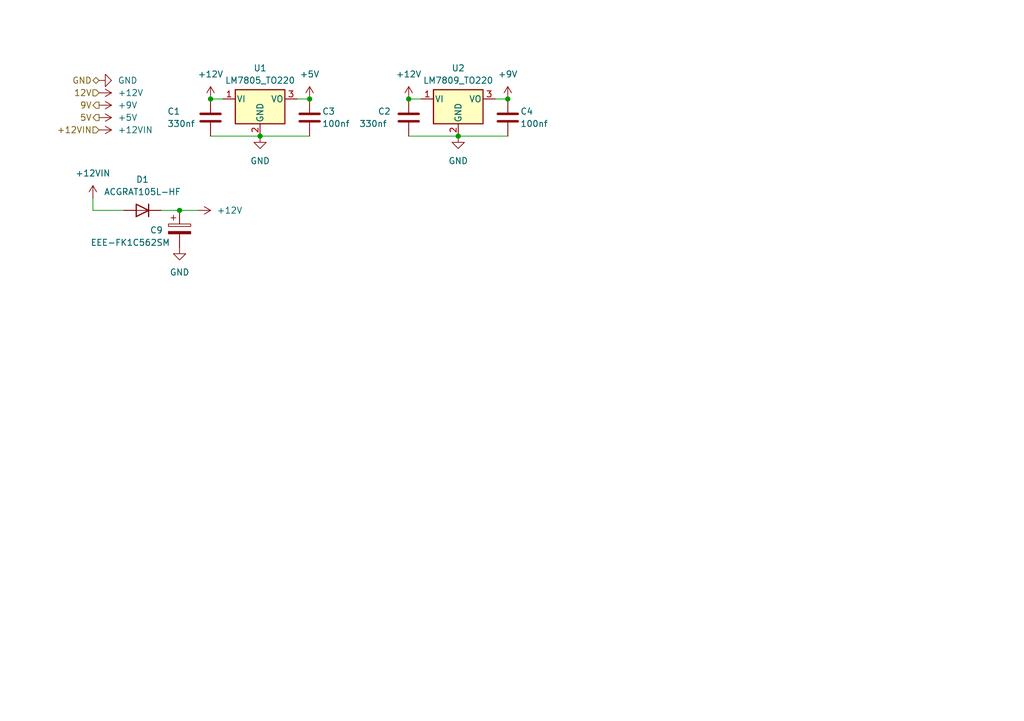
<source format=kicad_sch>
(kicad_sch (version 20250114) (generator "eeschema") (generator_version "9.0")
  (paper "A5")
  (lib_symbols
    (symbol "Device:C" (pin_numbers (hide yes)) (pin_names (offset 0.254))
      (property "Reference" "C" (at 0.635 2.54 0))
      (property "Value" "C" (at 0.635 -2.54 0))
      (symbol "C_0_1"
        (polyline (pts (xy -2.032 0.762) (xy 2.032 0.762)) (stroke (width 0.508)))
        (polyline (pts (xy -2.032 -0.762) (xy 2.032 -0.762)) (stroke (width 0.508)))
      )
      (symbol "C_1_1"
        (pin passive line (at 0 3.81 270) (length 2.794) (name "~") (number "1"))
        (pin passive line (at 0 -3.81 90) (length 2.794) (name "~") (number "2"))
      )
    )
    (symbol "Device:C_Polarized" (pin_numbers (hide yes)) (pin_names (offset 0.254))
      (property "Reference" "C" (at 0.635 2.54 0))
      (property "Value" "C_Polarized" (at 0.635 -2.54 0))
      (symbol "C_Polarized_0_1"
        (rectangle (start -2.286 0.508) (end 2.286 1.016))
        (polyline (pts (xy -1.778 2.286) (xy -0.762 2.286)))
        (polyline (pts (xy -1.27 2.794) (xy -1.27 1.778)))
        (rectangle (start 2.286 -0.508) (end -2.286 -1.016) (fill (type outline)))
      )
      (symbol "C_Polarized_1_1"
        (pin passive line (at 0 3.81 270) (length 2.794) (name "~") (number "1"))
        (pin passive line (at 0 -3.81 90) (length 2.794) (name "~") (number "2"))
      )
    )
    (symbol "Device:D" (pin_numbers (hide yes)) (pin_names (offset 1.016) (hide yes))
      (property "Reference" "D" (at 0 2.54 0))
      (property "Value" "D" (at 0 -2.54 0))
      (symbol "D_0_1"
        (polyline (pts (xy -1.27 1.27) (xy -1.27 -1.27)) (stroke (width 0.254)))
        (polyline (pts (xy 1.27 1.27) (xy 1.27 -1.27) (xy -1.27 0) (xy 1.27 1.27)) (stroke (width 0.254)))
        (polyline (pts (xy 1.27 0) (xy -1.27 0)))
      )
      (symbol "D_1_1"
        (pin passive line (at -3.81 0 0) (length 2.54) (name "K") (number "1"))
        (pin passive line (at 3.81 0 180) (length 2.54) (name "A") (number "2"))
      )
    )
    (symbol "Regulator_Linear:LM7805_TO220" (pin_names (offset 0.254))
      (property "Reference" "U" (at -3.81 3.175 0))
      (property "Value" "LM7805_TO220" (at 0 3.175 0))
      (symbol "LM7805_TO220_0_1"
        (rectangle (start -5.08 1.905) (end 5.08 -5.08) (stroke (width 0.254)) (fill (type background)))
      )
      (symbol "LM7805_TO220_1_1"
        (pin power_in line (at -7.62 0 0) (length 2.54) (name "VI") (number "1"))
        (pin power_in line (at 0 -7.62 90) (length 2.54) (name "GND") (number "2"))
        (pin power_out line (at 7.62 0 180) (length 2.54) (name "VO") (number "3"))
      )
    )
    (symbol "Regulator_Linear:LM7809_TO220" (pin_names (offset 0.254))
      (property "Reference" "U" (at -3.81 3.175 0))
      (property "Value" "LM7809_TO220" (at 0 3.175 0))
      (symbol "LM7809_TO220_0_1"
        (rectangle (start -5.08 1.905) (end 5.08 -5.08) (stroke (width 0.254)) (fill (type background)))
      )
      (symbol "LM7809_TO220_1_1"
        (pin power_in line (at -7.62 0 0) (length 2.54) (name "VI") (number "1"))
        (pin power_in line (at 0 -7.62 90) (length 2.54) (name "GND") (number "2"))
        (pin power_out line (at 7.62 0 180) (length 2.54) (name "VO") (number "3"))
      )
    )
    (symbol "power:+12V" (power) (pin_numbers (hide yes)) (pin_names (offset 0) (hide yes))
      (property "Value" "+12V" (at 0 3.556 0))
      (symbol "+12V_0_1"
        (polyline (pts (xy -0.762 1.27) (xy 0 2.54)))
        (polyline (pts (xy 0 2.54) (xy 0.762 1.27)))
        (polyline (pts (xy 0 0) (xy 0 2.54)))
      )
      (symbol "+12V_1_1"
        (pin power_in line (at 0 0 90) (length 0) (name "~") (number "1"))
      )
    )
    (symbol "power:+5V" (power) (pin_numbers (hide yes)) (pin_names (offset 0) (hide yes))
      (property "Value" "+5V" (at 0 3.556 0))
      (symbol "+5V_0_1"
        (polyline (pts (xy -0.762 1.27) (xy 0 2.54)))
        (polyline (pts (xy 0 2.54) (xy 0.762 1.27)))
        (polyline (pts (xy 0 0) (xy 0 2.54)))
      )
      (symbol "+5V_1_1"
        (pin power_in line (at 0 0 90) (length 0) (name "~") (number "1"))
      )
    )
    (symbol "power:+9V" (power) (pin_numbers (hide yes)) (pin_names (offset 0) (hide yes))
      (property "Value" "+9V" (at 0 3.556 0))
      (symbol "+9V_0_1"
        (polyline (pts (xy -0.762 1.27) (xy 0 2.54)))
        (polyline (pts (xy 0 2.54) (xy 0.762 1.27)))
        (polyline (pts (xy 0 0) (xy 0 2.54)))
      )
      (symbol "+9V_1_1"
        (pin power_in line (at 0 0 90) (length 0) (name "~") (number "1"))
      )
    )
    (symbol "power:GND" (power) (pin_numbers (hide yes)) (pin_names (offset 0) (hide yes))
      (property "Value" "GND" (at 0 -3.81 0))
      (symbol "GND_0_1"
        (polyline (pts (xy 0 0) (xy 0 -1.27) (xy 1.27 -1.27) (xy 0 -2.54) (xy -1.27 -1.27) (xy 0 -1.27)))
      )
      (symbol "GND_1_1"
        (pin power_in line (at 0 0 270) (length 0) (name "~") (number "1"))
      )
    )
  )
  (junction (at 93.98 27.94))
  (junction (at 63.5 20.32))
  (junction (at 36.83 43.18))
  (junction (at 53.34 27.94))
  (junction (at 104.14 20.32))
  (junction (at 43.18 20.32))
  (junction (at 83.82 20.32))
  (wire (pts (xy 93.98 27.94) (xy 104.14 27.94)))
  (wire (pts (xy 60.96 20.32) (xy 63.5 20.32)))
  (wire (pts (xy 83.82 20.32) (xy 86.36 20.32)))
  (wire (pts (xy 33.02 43.18) (xy 36.83 43.18)))
  (wire (pts (xy 36.83 43.18) (xy 40.64 43.18)))
  (wire (pts (xy 101.6 20.32) (xy 104.14 20.32)))
  (wire (pts (xy 53.34 27.94) (xy 63.5 27.94)))
  (wire (pts (xy 19.05 43.18) (xy 25.4 43.18)))
  (wire (pts (xy 43.18 20.32) (xy 45.72 20.32)))
  (wire (pts (xy 83.82 27.94) (xy 93.98 27.94)))
  (wire (pts (xy 43.18 27.94) (xy 53.34 27.94)))
  (wire (pts (xy 19.05 43.18) (xy 19.05 40.64)))
  (hierarchical_label "9V" (shape output) (at 20.32 21.59 180))
  (hierarchical_label "12V" (shape input) (at 20.32 19.05 180))
  (hierarchical_label "GND" (shape bidirectional) (at 20.32 16.51 180))
  (hierarchical_label "5V" (shape output) (at 20.32 24.13 180))
  (hierarchical_label "+12VIN" (shape input) (at 20.32 26.67 180))
  (symbol (lib_id "Device:C") (at 43.18 24.13 0) (unit 1)
    (property "Reference" "C1" (at 34.29 22.86 0) (effects (justify left)))
    (property "Value" "330nf" (at 34.29 25.4 0) (effects (justify left)))
    (property "Footprint" "Capacitor_SMD:C_0805_2012Metric_Pad1.18x1.45mm_HandSolder" (effects (hide yes)))
    (property "Datasheet" "https://mm.digikey.com/Volume0/opasdata/d220001/medias/docus/4262/0805B334K250CC.pdf" (effects (hide yes)))
  )
  (symbol (lib_id "power:GND") (at 20.32 16.51 90) (unit 1)
    (property "Reference" "#PWR07" (effects (hide yes)))
    (property "Value" "GND" (at 24.13 16.5099 90) (effects (justify right)))
    (property "Description" "Power symbol creates a global label with name \"GND\" , ground" (effects (hide yes)))
  )
  (symbol (lib_id "Device:D") (at 29.21 43.18 180) (unit 1)
    (property "Reference" "D1" (at 29.21 36.83 0))
    (property "Value" "ACGRAT105L-HF" (at 29.21 39.37 0))
    (property "Footprint" "Diode_SMD:D_2010_5025Metric_Pad1.52x2.65mm_HandSolder" (effects (hide yes)))
    (property "Datasheet" "https://www.comchiptech.com/admin/files/product/ACGRAT101L-HF%20Thru%20ACGRAT105L-HF%20RevB849012.pdf" (effects (hide yes)))
    (property "Description" "Diode" (effects (hide yes)))
    (property "Sim.Device" "D" (effects (hide yes)))
    (property "Sim.Pins" "1=K 2=A" (effects (hide yes)))
  )
  (symbol (lib_id "Device:C_Polarized") (at 36.83 46.99 0) (unit 1)
    (property "Reference" "C9" (at 30.734 47.244 0) (effects (justify left)))
    (property "Value" "EEE-FK1C562SM" (at 18.542 49.784 0) (effects (justify left)))
    (property "Footprint" "Capacitor_SMD:CP_Elec_18x17.5" (effects (hide yes)))
    (property "Datasheet" "https://industrial.panasonic.com/cdbs/www-data/pdf/RDE0000/ABA0000C1247.pdf" (effects (hide yes)))
    (property "Description" "Polarized capacitor" (effects (hide yes)))
  )
  (symbol (lib_id "Device:C") (at 104.14 24.13 0) (unit 1)
    (property "Reference" "C4" (at 106.68 22.86 0) (effects (justify left)))
    (property "Value" "100nf" (at 106.68 25.4 0) (effects (justify left)))
    (property "Footprint" "Capacitor_SMD:C_0805_2012Metric_Pad1.18x1.45mm_HandSolder" (effects (hide yes)))
  )
  (symbol (lib_id "Regulator_Linear:LM7809_TO220") (at 93.98 20.32 0) (unit 1)
    (property "Reference" "U2" (at 93.98 13.97 0))
    (property "Value" "LM7809_TO220" (at 93.98 16.51 0))
    (property "Footprint" "Package_TO_SOT_THT:TO-220-3_Vertical" (effects (hide yes)))
    (property "Datasheet" "https://www.onsemi.cn/PowerSolutions/document/MC7800-D.PDF" (effects (hide yes)))
  )
  (symbol (lib_id "power:GND") (at 36.83 50.8 0) (unit 1)
    (property "Reference" "#PWR048" (effects (hide yes)))
    (property "Value" "GND" (at 36.83 55.88 0))
    (property "Description" "Power symbol creates a global label with name \"GND\" , ground" (effects (hide yes)))
  )
  (symbol (lib_id "power:+12V") (at 20.32 26.67 270) (unit 1)
    (property "Reference" "#PWR050" (effects (hide yes)))
    (property "Value" "+12VIN" (at 24.13 26.6699 90) (effects (justify left)))
    (property "Description" "Power symbol creates a global label with name \"+12V\"" (effects (hide yes)))
  )
  (symbol (lib_id "power:+5V") (at 63.5 20.32 0) (unit 1)
    (property "Reference" "#PWR012" (effects (hide yes)))
    (property "Value" "+5V" (at 63.5 15.24 0))
  )
  (symbol (lib_id "Device:C") (at 83.82 24.13 0) (unit 1)
    (property "Reference" "C2" (at 77.47 22.86 0) (effects (justify left)))
    (property "Value" "330nf" (at 73.66 25.4 0) (effects (justify left)))
    (property "Footprint" "Capacitor_SMD:C_0805_2012Metric_Pad1.18x1.45mm_HandSolder" (effects (hide yes)))
  )
  (symbol (lib_id "power:+12V") (at 43.18 20.32 0) (unit 1)
    (property "Reference" "#PWR08" (effects (hide yes)))
    (property "Value" "+12V" (at 43.18 15.24 0))
  )
  (symbol (lib_id "power:+12V") (at 40.64 43.18 270) (unit 1)
    (property "Reference" "#PWR049" (effects (hide yes)))
    (property "Value" "+12V" (at 44.45 43.1799 90) (effects (justify left)))
    (property "Description" "Power symbol creates a global label with name \"+12V\"" (effects (hide yes)))
  )
  (symbol (lib_id "power:GND") (at 93.98 27.94 0) (unit 1)
    (property "Reference" "#PWR011" (effects (hide yes)))
    (property "Value" "GND" (at 93.98 33.02 0))
  )
  (symbol (lib_id "power:+5V") (at 20.32 24.13 270) (unit 1)
    (property "Reference" "#PWR03" (effects (hide yes)))
    (property "Value" "+5V" (at 24.13 24.1299 90) (effects (justify left)))
    (property "Description" "Power symbol creates a global label with name \"+5V\"" (effects (hide yes)))
  )
  (symbol (lib_id "power:+12V") (at 19.05 40.64 0) (unit 1)
    (property "Reference" "#PWR042" (effects (hide yes)))
    (property "Value" "+12VIN" (at 19.05 35.56 0))
    (property "Description" "Power symbol creates a global label with name \"+12V\"" (effects (hide yes)))
  )
  (symbol (lib_id "power:GND") (at 53.34 27.94 0) (unit 1)
    (property "Reference" "#PWR010" (effects (hide yes)))
    (property "Value" "GND" (at 53.34 33.02 0))
  )
  (symbol (lib_id "Regulator_Linear:LM7805_TO220") (at 53.34 20.32 0) (unit 1)
    (property "Reference" "U1" (at 53.34 13.97 0))
    (property "Value" "LM7805_TO220" (at 53.34 16.51 0))
    (property "Footprint" "Package_TO_SOT_THT:TO-220-3_Vertical" (effects (hide yes)))
    (property "Datasheet" "https://www.onsemi.cn/PowerSolutions/document/MC7800-D.PDF" (effects (hide yes)))
  )
  (symbol (lib_id "power:+12V") (at 83.82 20.32 0) (unit 1)
    (property "Reference" "#PWR09" (effects (hide yes)))
    (property "Value" "+12V" (at 83.82 15.24 0))
  )
  (symbol (lib_id "power:+9V") (at 20.32 21.59 270) (unit 1)
    (property "Reference" "#PWR04" (effects (hide yes)))
    (property "Value" "+9V" (at 24.13 21.5899 90) (effects (justify left)))
    (property "Description" "Power symbol creates a global label with name \"+9V\"" (effects (hide yes)))
  )
  (symbol (lib_id "power:+9V") (at 104.14 20.32 0) (unit 1)
    (property "Reference" "#PWR013" (effects (hide yes)))
    (property "Value" "+9V" (at 104.14 15.24 0))
  )
  (symbol (lib_id "power:+12V") (at 20.32 19.05 270) (unit 1)
    (property "Reference" "#PWR06" (effects (hide yes)))
    (property "Value" "+12V" (at 24.13 19.0499 90) (effects (justify left)))
    (property "Description" "Power symbol creates a global label with name \"+12V\"" (effects (hide yes)))
  )
  (symbol (lib_id "Device:C") (at 63.5 24.13 0) (unit 1)
    (property "Reference" "C3" (at 66.04 22.86 0) (effects (justify left)))
    (property "Value" "100nf" (at 66.04 25.4 0) (effects (justify left)))
    (property "Footprint" "Capacitor_SMD:C_0805_2012Metric_Pad1.18x1.45mm_HandSolder" (effects (hide yes)))
    (property "Datasheet" "https://mm.digikey.com/Volume0/opasdata/d220001/medias/docus/4005/0805B104K101CC.pdf" (effects (hide yes)))
  )
)
</source>
